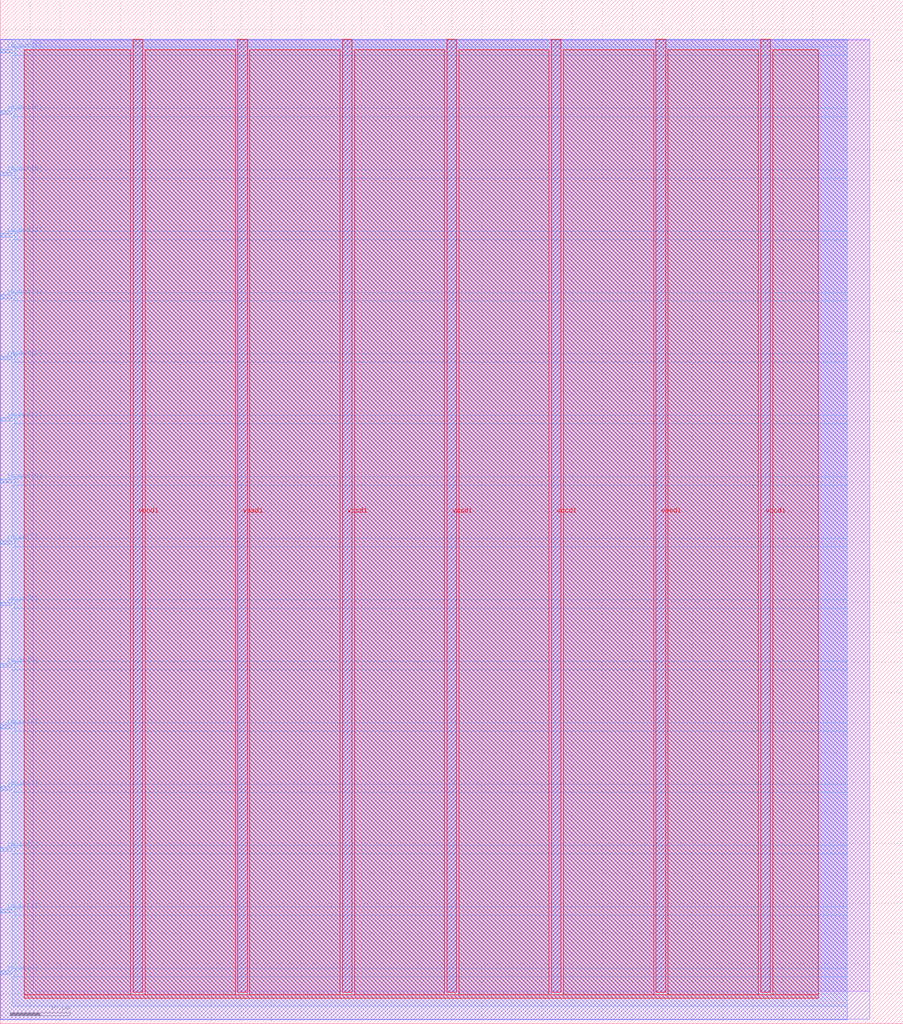
<source format=lef>
VERSION 5.7 ;
  NOWIREEXTENSIONATPIN ON ;
  DIVIDERCHAR "/" ;
  BUSBITCHARS "[]" ;
MACRO zymason_tinytop
  CLASS BLOCK ;
  FOREIGN zymason_tinytop ;
  ORIGIN 0.000 0.000 ;
  SIZE 150.000 BY 170.000 ;
  PIN io_in[0]
    DIRECTION INPUT ;
    USE SIGNAL ;
    PORT
      LAYER met3 ;
        RECT 0.000 8.200 2.000 8.800 ;
    END
  END io_in[0]
  PIN io_in[1]
    DIRECTION INPUT ;
    USE SIGNAL ;
    PORT
      LAYER met3 ;
        RECT 0.000 18.400 2.000 19.000 ;
    END
  END io_in[1]
  PIN io_in[2]
    DIRECTION INPUT ;
    USE SIGNAL ;
    PORT
      LAYER met3 ;
        RECT 0.000 28.600 2.000 29.200 ;
    END
  END io_in[2]
  PIN io_in[3]
    DIRECTION INPUT ;
    USE SIGNAL ;
    PORT
      LAYER met3 ;
        RECT 0.000 38.800 2.000 39.400 ;
    END
  END io_in[3]
  PIN io_in[4]
    DIRECTION INPUT ;
    USE SIGNAL ;
    PORT
      LAYER met3 ;
        RECT 0.000 49.000 2.000 49.600 ;
    END
  END io_in[4]
  PIN io_in[5]
    DIRECTION INPUT ;
    USE SIGNAL ;
    PORT
      LAYER met3 ;
        RECT 0.000 59.200 2.000 59.800 ;
    END
  END io_in[5]
  PIN io_in[6]
    DIRECTION INPUT ;
    USE SIGNAL ;
    PORT
      LAYER met3 ;
        RECT 0.000 69.400 2.000 70.000 ;
    END
  END io_in[6]
  PIN io_in[7]
    DIRECTION INPUT ;
    USE SIGNAL ;
    PORT
      LAYER met3 ;
        RECT 0.000 79.600 2.000 80.200 ;
    END
  END io_in[7]
  PIN io_out[0]
    DIRECTION OUTPUT TRISTATE ;
    USE SIGNAL ;
    PORT
      LAYER met3 ;
        RECT 0.000 89.800 2.000 90.400 ;
    END
  END io_out[0]
  PIN io_out[1]
    DIRECTION OUTPUT TRISTATE ;
    USE SIGNAL ;
    PORT
      LAYER met3 ;
        RECT 0.000 100.000 2.000 100.600 ;
    END
  END io_out[1]
  PIN io_out[2]
    DIRECTION OUTPUT TRISTATE ;
    USE SIGNAL ;
    PORT
      LAYER met3 ;
        RECT 0.000 110.200 2.000 110.800 ;
    END
  END io_out[2]
  PIN io_out[3]
    DIRECTION OUTPUT TRISTATE ;
    USE SIGNAL ;
    PORT
      LAYER met3 ;
        RECT 0.000 120.400 2.000 121.000 ;
    END
  END io_out[3]
  PIN io_out[4]
    DIRECTION OUTPUT TRISTATE ;
    USE SIGNAL ;
    PORT
      LAYER met3 ;
        RECT 0.000 130.600 2.000 131.200 ;
    END
  END io_out[4]
  PIN io_out[5]
    DIRECTION OUTPUT TRISTATE ;
    USE SIGNAL ;
    PORT
      LAYER met3 ;
        RECT 0.000 140.800 2.000 141.400 ;
    END
  END io_out[5]
  PIN io_out[6]
    DIRECTION OUTPUT TRISTATE ;
    USE SIGNAL ;
    PORT
      LAYER met3 ;
        RECT 0.000 151.000 2.000 151.600 ;
    END
  END io_out[6]
  PIN io_out[7]
    DIRECTION OUTPUT TRISTATE ;
    USE SIGNAL ;
    PORT
      LAYER met3 ;
        RECT 0.000 161.200 2.000 161.800 ;
    END
  END io_out[7]
  PIN vccd1
    DIRECTION INOUT ;
    USE POWER ;
    PORT
      LAYER met4 ;
        RECT 22.090 5.200 23.690 163.440 ;
    END
    PORT
      LAYER met4 ;
        RECT 56.830 5.200 58.430 163.440 ;
    END
    PORT
      LAYER met4 ;
        RECT 91.570 5.200 93.170 163.440 ;
    END
    PORT
      LAYER met4 ;
        RECT 126.310 5.200 127.910 163.440 ;
    END
  END vccd1
  PIN vssd1
    DIRECTION INOUT ;
    USE GROUND ;
    PORT
      LAYER met4 ;
        RECT 39.460 5.200 41.060 163.440 ;
    END
    PORT
      LAYER met4 ;
        RECT 74.200 5.200 75.800 163.440 ;
    END
    PORT
      LAYER met4 ;
        RECT 108.940 5.200 110.540 163.440 ;
    END
  END vssd1
  OBS
      LAYER li1 ;
        RECT 5.520 5.355 144.440 163.285 ;
      LAYER met1 ;
        RECT 0.070 0.720 144.440 163.440 ;
      LAYER met2 ;
        RECT 0.100 0.690 140.670 163.385 ;
      LAYER met3 ;
        RECT 2.000 162.200 140.695 163.365 ;
        RECT 2.400 160.800 140.695 162.200 ;
        RECT 2.000 152.000 140.695 160.800 ;
        RECT 2.400 150.600 140.695 152.000 ;
        RECT 2.000 141.800 140.695 150.600 ;
        RECT 2.400 140.400 140.695 141.800 ;
        RECT 2.000 131.600 140.695 140.400 ;
        RECT 2.400 130.200 140.695 131.600 ;
        RECT 2.000 121.400 140.695 130.200 ;
        RECT 2.400 120.000 140.695 121.400 ;
        RECT 2.000 111.200 140.695 120.000 ;
        RECT 2.400 109.800 140.695 111.200 ;
        RECT 2.000 101.000 140.695 109.800 ;
        RECT 2.400 99.600 140.695 101.000 ;
        RECT 2.000 90.800 140.695 99.600 ;
        RECT 2.400 89.400 140.695 90.800 ;
        RECT 2.000 80.600 140.695 89.400 ;
        RECT 2.400 79.200 140.695 80.600 ;
        RECT 2.000 70.400 140.695 79.200 ;
        RECT 2.400 69.000 140.695 70.400 ;
        RECT 2.000 60.200 140.695 69.000 ;
        RECT 2.400 58.800 140.695 60.200 ;
        RECT 2.000 50.000 140.695 58.800 ;
        RECT 2.400 48.600 140.695 50.000 ;
        RECT 2.000 39.800 140.695 48.600 ;
        RECT 2.400 38.400 140.695 39.800 ;
        RECT 2.000 29.600 140.695 38.400 ;
        RECT 2.400 28.200 140.695 29.600 ;
        RECT 2.000 19.400 140.695 28.200 ;
        RECT 2.400 18.000 140.695 19.400 ;
        RECT 2.000 9.200 140.695 18.000 ;
        RECT 2.400 7.800 140.695 9.200 ;
        RECT 2.000 2.895 140.695 7.800 ;
      LAYER met4 ;
        RECT 3.975 4.800 21.690 161.665 ;
        RECT 24.090 4.800 39.060 161.665 ;
        RECT 41.460 4.800 56.430 161.665 ;
        RECT 58.830 4.800 73.800 161.665 ;
        RECT 76.200 4.800 91.170 161.665 ;
        RECT 93.570 4.800 108.540 161.665 ;
        RECT 110.940 4.800 125.910 161.665 ;
        RECT 128.310 4.800 135.865 161.665 ;
        RECT 3.975 4.255 135.865 4.800 ;
  END
END zymason_tinytop
END LIBRARY


</source>
